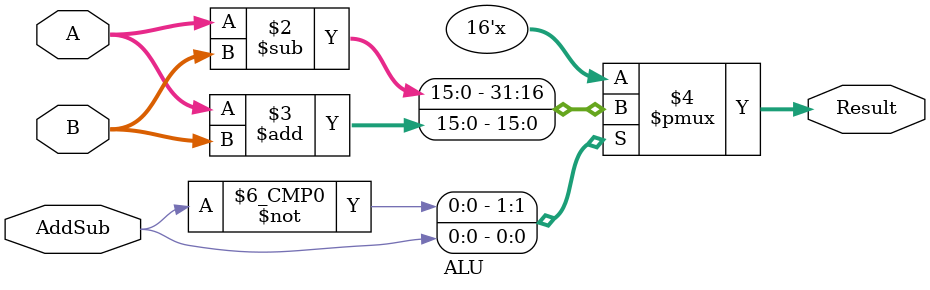
<source format=v>
`timescale 1ns / 1ps


module ALU
    (
        input [15:0] A,B,
        input AddSub,
        output reg [15:0] Result
    );

    always @(*) 
    begin
        case (AddSub)
            0:Result=A-B;
            1:Result=A+B; 
            default:Result=A; 
        endcase    
    end
endmodule

</source>
